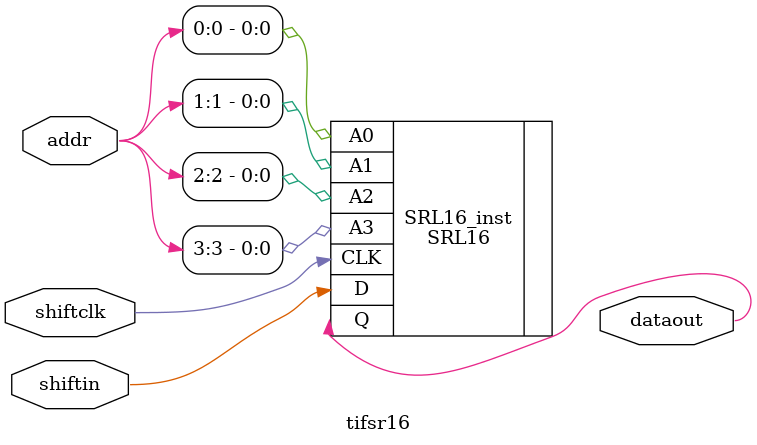
<source format=v>

module tif(clk,rdwr,strobe,our_addr,addr,busy_in,busy_out,
       addr_match_in,addr_match_out,datin,datout,
       u1clk, m10clk, pin2, pin4, pin6, pin8);

    input  clk;              // system clock
    input  rdwr;             // direction of this transfer. Read=1; Write=0
    input  strobe;           // true on full valid command
    input  [3:0] our_addr;   // high byte of our assigned address
    input  [11:0] addr;      // address of target peripheral
    input  busy_in;          // ==1 if a previous peripheral is busy
    output busy_out;         // ==our busy state if our address, pass through otherwise
    input  addr_match_in;    // ==1 if a previous peripheral claims the address
    output addr_match_out;   // ==1 if we claim the above address, pass through otherwise
    input  [7:0] datin ;     // Data INto the peripheral;
    output [7:0] datout ;    // Data OUTput from the peripheral, = datin if not us.
    input  u1clk;            // 1 microsecond clock pulse
    input  m10clk;           // 10 millisecond clock pulse
    output pin2;             // Pin2 to the tif card.  Clock control and data.
    output pin4;             // Pin4 to the tif card.  Clock control.
    output pin6;             // Pin6 to the tif card.  Clock control.
    input  pin8;             // Serial data from the tif

    // State variables
    reg    [3:0] bst;        // Bit number for current card access
    reg    [3:0] gst;        // global state for xfer from card
    reg    sample;           // used to bring pin8 into our clock domain
    reg    [2:0] ledctrl;    // LED control for User1, User2, and backlight LEDs
    reg    [2:0] scanline;   // state counter to say which keypad column to scan
    wire   [3:0] scancol;    // decoded value (one-hot) of scanline
    reg    [4:0] scancode;   // Which key is pressed.  3 bits of row, 2 bits of column
    reg    dataready;        // new key press or rotary info available
    reg    datatohost;       // send data to host if 10ms edge and data ready
    wire   sendbit;          // bit to send out to the 74595 shift registers
    reg    doscan;           // set to start a keypad scan
    reg    [4:0] duration;   // duration in units of about 80 ms
    reg    [1:0] tone;       // frequency of output tone
    reg    volumn;           // set for higher volumn
    reg    [3:0] freqdiv;    // frequency divider for tone generation
    reg    piezo;            // data to put on the piezo pins
    reg    button;           // The last state of the rotary encoder button
    reg    oldA;             // Last value for the rotary encoder A input
    reg    oldB;             // Last value for the rotary encoder B input
    reg    newA;             // Current value of the A input
    reg    [3:0] quad;       // quadrature count
    reg    contrast;         // One bit for contrast control

    // Character FIFO registers for the text LCD
    wire   [8:0] dout;       // FIFO output lines
    wire   [3:0] faddr;      // FIFO address lines
    wire   fsclk;            // FIFO shift clock
    reg    [3:0] chartmp;    // nibble latch to capture low byte
    tifsr16 fifo00(dout[00],faddr,fsclk,chartmp[00]);  // data 0
    tifsr16 fifo01(dout[01],faddr,fsclk,chartmp[01]);  // data 1
    tifsr16 fifo02(dout[02],faddr,fsclk,chartmp[02]);  // data 2
    tifsr16 fifo03(dout[03],faddr,fsclk,chartmp[03]);  // data 3
    tifsr16 fifo04(dout[04],faddr,fsclk,datin[00]);    // data 4
    tifsr16 fifo05(dout[05],faddr,fsclk,datin[01]);    // data 5
    tifsr16 fifo06(dout[06],faddr,fsclk,datin[02]);    // data 6
    tifsr16 fifo07(dout[07],faddr,fsclk,datin[03]);    // data 7
    tifsr16 fifo08(dout[08],faddr,fsclk,datin[04]);    // SR
    reg    [3:0] depth;      // Depth of FIFO usage.  
    reg    [1:0] xferst;     // FIFO to display transfer state

    // Addressing and bus interface lines 
    wire   myaddr;           // ==1 if a correct read/write on our address


    initial
    begin
        gst = 0;
        bst = 0;
        scanline = 0;
        scancode = 0;
        dataready = 0;
        doscan = 0;
        duration = 0;
        tone = 0;
        volumn = 0;
        depth = 0;
        xferst = 0;
        button = 1;
        oldA = 0;
        oldB = 0;
        quad = 0;
        contrast = 0;
    end

    always @(posedge clk)
    begin
        sample <= pin8;

        // reading reg 1 clears the dataready flag
        if (strobe && rdwr && myaddr && (addr[2:0] == 1))
        begin
            dataready <= 0;
            datatohost <= 0;
            quad <= 0;       // Zero the quadrature count after reading it.
        end

        // Address x010 is for the piezo
        else if (strobe && ~rdwr && myaddr && (addr[2:0] == 2)) // addr=010
        begin
            duration <= datin[4:0];
            tone     <= datin[6:5];
            volumn   <= datin[7];
            freqdiv  <= 0;
        end

        // Address x011 is for the LED control
        else if (strobe && ~rdwr && myaddr && (addr[2:0] == 3)) // addr=011
        begin
            ledctrl  <= datin[2:0];
            contrast <= datin[4];
        end

        // Add char to the FIFO queue if queue is not full
        else if (strobe && myaddr && ~rdwr && (addr[2:0] == 4))
        begin
            // The low nibble of the character has the MSB set.  We
            // latch the low nibble then get the high nibble and R/S
            // flag when the MSB is cleared.  This doubles the amount
            // of data on the USB bus but we're kind of stuck with 
            // that since we need 9 bits per character.
            chartmp <= datin[3:0];

            // FIFO shift clock is strobed now if not full (on MSB == 0)
            if ((depth != 15) && (datin[7] == 1))
            begin
                depth <= depth + 4'h1;
                doscan <= 0;
            end
        end

        // else if host is not rd/wr our regs 
        // Is it time for a keypad scan?
        if (m10clk == 1)
        begin
            if (depth == 0)
                doscan <= 1;
            // Tell system to send keypad/quadrature if data is ready
            if (dataready)
                datatohost <= 1;
            // decrement the tone duration if playing a tone
            if (duration != 0)
                duration <= duration - 5'h01;
        end

        if ((m10clk == 1) || (u1clk == 1))
        begin

            // Run state machine for shifting data to/from the 595/165
            // if there are LCD chars to send or if in a keypad scan
            if ((depth != 0) || (doscan == 1) || (duration != 0))
            begin
                if (gst <= 9)
                begin
                    gst <= gst + 4'h1;

                    if ((gst == 6) & (bst[3] == 0))  // valid 165 data, first byte of bst
                    begin
                        // At this point 'sample' has the input value of
                        // 74165-input == 'bst' (7 to 0).  Do input processing here

                        // KEYPAD
                        // Keypad scan bit if bst 4-0.  Check for a press
                        // by looking for a sample value of zero.  And/Or
                        // look for a released key by watching for a sample
                        // of one at the previous pressed scancode.  Note
                        // colunms are the output lines and rows are the input.
                        // Ignore the first two scanline values since we are
                        // sort of priming the pump to get the real values.
                        // Sample is zero on a key press.
                        if ((bst[2:0] <= 4) && (doscan == 1) && (scanline >= 2))
                        begin
                            // if no key pressed and now sample = 0, then new key
                            // keypress on column==scanline and row==bst.
                            // Scancode == 0 if no key pressed
                            if ((scancode == 5'h00) && (sample == 0))
                            begin
                                scancode <= { (scanline[1:0] - 2'h2), ~(bst[2:0]) } ;
                                dataready <= 1;                // send to host
                            end
                            else if ((scancode == { (scanline[1:0] - 2'h2), ~(bst[2:0]) }) && (sample == 1))
                            begin  // on row/col of previous close but now it's open
                                scancode <= 5'h00;
                                dataready <= 1;                // send to host
                            end
                        end

                        // ROTARY ENCODER
                        // If bit_state (bst) is >= 5 then the sample line
                        // has the state of the rotary encoder A/B or button
                        // Do button press/release detection and quadrature
                        // decoding here.
                        // The quadrature decoder needs both A and B inputs so
                        // just capture A
                        if (bst[2:0] == 5)
                        begin
                            newA <= sample;
                        end
                        else if (bst[2:0] == 6)
                        begin
                            // Sample is newB and we have newA, oldB, and oldA so we can
                            // do the quadrature decoding.
                            if (((oldA != newA) && (oldA ^ oldB)) ||
                                ((oldB != sample) && (~(oldA ^ oldB))))
                            begin
                                quad <= quad + 4'h1;
                                oldA <= newA;
                                oldB <= sample;
                                dataready <= 1;
                            end
                            else if (((oldA != newA) && (~(oldA ^ oldB))) ||
                                ((oldB != sample) && (oldA ^ oldB)))
                            begin
                                quad <= quad - 4'h1;
                                oldA <= newA;
                                oldB <= sample;
                                dataready <= 1;
                            end
                        end
                        else if ((bst[2:0] == 7) && (dataready == 0) && (button != sample))
                        begin
                            // There is a new state for the rotary encoder button.
                            button <= sample;
                            dataready <= 1;
                        end
                    end
                end
                else
                begin
                    bst <= bst + 4'h1;  // next bit
                    gst <= (bst == 15) ? 4'h0 : 4'h6;
                    if (bst == 15) 
                    begin
                        // At this point we're done sending the last bit
                        // out the shift register and are ready to start
                        // a new sequence of 16 output bits.  Now is the
                        // time to process our various state machines to
                        // see if the output pattern needs to change.
   
                        // Increment to next column if in a keypad scan 
                        if (doscan == 1)
                        begin
                            // 6 states since it takes two states to set
                            // the output and then read the input.
                            scanline <= scanline + 3'h1;
                            if (scanline == 5)        // done with this scan?
                                doscan <= 0;
                        end

                        // If there is data in the FIFO we need to send it out.
                        // There is a state machine that controls this transfer.
                        // In the first state the address lines change.  In the
                        // second state the data becomes valid.  In the third
                        // state we raise the E line, in the fourth we lower
                        // the E line and decrement the FIFO depth.
                        // (no need to worry about the FIFO address -- it is
                        // tied to FIFO depth)
                        if (depth != 0)
                        begin
                            xferst <= xferst + 2'h1;
                            if (xferst == 3)
                            begin
                                depth <= depth - 4'h1;
                            end
                        end

                        // TONE GENERATION
                        if (duration != 0)
                        begin
                            freqdiv <= freqdiv - 4'h1;
                            if (freqdiv == 0)
                            begin
                                piezo <= ~piezo;
                                freqdiv[3:2] <= tone;
                            end
                        end
                    end
                end
            end
        end
    end

    // Select the keypad column to scan (active low)
    assign scancol = 
        (scanline[1:0] == 1) ? 4'b1110 :
        (scanline[1:0] == 0) ? 4'b1101 :
        (scanline[1:0] == 3) ? 4'b1011 :
        (scanline[1:0] == 2) ? 4'b0111 :
                               4'b1111 ;

    // Map the output of the various sub-peripherals to
    // output pins on the two 74595s.
    assign sendbit = 
        (bst ==  0) ? dout[5] :          // Data 5 (pin 12) on the display
        (bst ==  1) ? ((depth == 0) ? scancol[1] : dout[2] ) :  // keypad column 1
        (bst ==  2) ? ((depth == 0) ? scancol[0] : dout[3] ) :  // keypad column 0
        (bst ==  3) ? ((depth == 0) ? scancol[3] : dout[1] ) :  // keypad column 3
        (bst ==  4) ? ((depth == 0) ? scancol[2] : dout[0] ) :  // keypad column 2
        (bst ==  5) ? ((xferst == 3'h2) ? 1'b0 : 1'b1) : // E on the display
        (bst ==  6) ? dout[8] :         // RS on the display
        (bst ==  7) ? contrast :
        (bst ==  8) ? ~ledctrl[2] :     // User LED2
        (bst ==  9) ? ~ledctrl[1] :     // User LED1
        (bst == 10) ? ((duration != 0) ? piezo : 1'b0) :           // piezo output
        (bst == 11) ? (((duration != 0) && (volumn == 1)) ? ~piezo : 1'b0) :// high volume
        (bst == 12) ? ~ledctrl[0] :     // LED backlight on the display
        (bst == 13) ? dout[6] :         // Data 6 (pin 13) on the display
        (bst == 14) ? dout[7] :         // Data 7 (pin 14) on the display
                      dout[4] ;         // Data 4 (pin 11) on the display


    // Route FIFO lines
    assign fsclk = (~clk & strobe & myaddr & ~rdwr & (addr[2:0] == 4)
                   & (datin[7] == 1) & (depth != 15));
    // Zero indexed addresses.  Look at output of cell addr=0 when the depth is 1.
    assign faddr = depth - 4'h1;

    // Assign the outputs.
    assign pin2 = ((gst == 4) || (gst == 5) || (gst == 10) ||     // set RCK on 74165
                   (((gst == 6) || (gst == 7) || (gst == 8)) && sendbit));
    assign pin4 = (gst == 8);
    assign pin6 = ((gst == 2) || (gst == 5) || (gst == 6) || (gst == 7)
                || (gst == 8) || (gst == 9));

    assign myaddr = (addr[11:8] == our_addr) && (addr[7:3] == 0);
    assign datout = (~myaddr) ? datin :
                    (~strobe && myaddr && (datatohost)) ? 8'h02 :  // send up 2 bytes when ready
                    (strobe && (addr[2:0] == 0)) ?  { ~button, 2'b00, scancode } :
                    (strobe && (addr[2:0] == 1)) ?  {  2'h0, quad } :
                    (strobe && (addr[2:0] == 2)) ?  { volumn, tone, duration } :
                    (strobe && (addr[2:0] == 3)) ?  { 5'b0000, ledctrl } :
                    8'h00 ; 

    // Loop in-to-out where appropriate
    assign busy_out = busy_in;

    // We tell the host the FIFO is full by refusing to accept
    // characters, which we do my refusing to recognize our own address
    assign addr_match_out = addr_match_in |
                            (myaddr && (addr[2:0] != 4)) |
                            (myaddr && (addr[2:0] == 4) && (depth != 15));
    //assign addr_match_out = myaddr | addr_match_in;

endmodule


   // SRL16: 16-bit non-cascadeable shift register LUT operating on posedge of clock
   //         Virtex-II/II-Pro/4, Spartan-3/3E/3A
   // Xilinx HDL Language Template, version 10.1
module tifsr16(dataout,addr,shiftclk,shiftin);
    output dataout;
    input  [3:0] addr;
    input  shiftclk;
    input  shiftin;

   SRL16 #(
      .INIT(16'h0000)      // Initial Value of Shift Register
   ) SRL16_inst (
      .Q(dataout),         // SRL data output
      .A0(addr[0]),        // Select[0] input
      .A1(addr[1]),        // Select[1] input
      .A2(addr[2]),        // Select[2] input
      .A3(addr[3]),        // Select[3] input
      .CLK(shiftclk),      // Clock input
      .D(shiftin)          // SRL data input
   );

   // End of SRLC16_inst instantiation
endmodule




</source>
